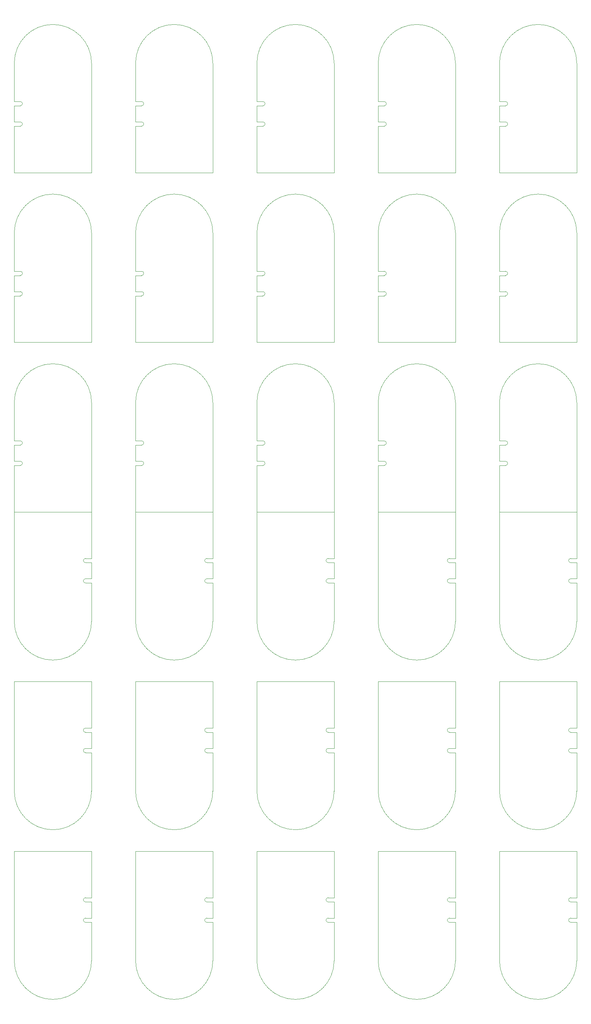
<source format=gm1>
G04*
G04 #@! TF.GenerationSoftware,Altium Limited,Altium Designer,23.6.0 (18)*
G04*
G04 Layer_Color=16711935*
%FSLAX44Y44*%
%MOMM*%
G71*
G04*
G04 #@! TF.SameCoordinates,542A25E6-394C-4203-B619-F464005C6F94*
G04*
G04*
G04 #@! TF.FilePolarity,Positive*
G04*
G01*
G75*
%ADD98C,0.1000*%
D98*
X1391500Y334362D02*
G03*
X1396500Y329362I5000J0D01*
G01*
Y339362D02*
G03*
X1391500Y334362I0J-5000D01*
G01*
X1396500Y291962D02*
G03*
X1391500Y286962I0J-5000D01*
G01*
D02*
G03*
X1396500Y281962I5000J0D01*
G01*
X1230500Y192500D02*
G03*
X1410500Y192500I90000J0D01*
G01*
Y329362D02*
X1396500D01*
Y339362D02*
X1410500Y339362D01*
Y291962D02*
X1396500D01*
X1410500D02*
Y310662D01*
Y281962D02*
X1396500D01*
X1410500Y339362D02*
Y370662D01*
Y310662D02*
Y329362D01*
Y250662D02*
Y281962D01*
Y447500D02*
X1230500D01*
X1410500Y370662D02*
Y447500D01*
Y192500D02*
Y250662D01*
X1230500Y192500D02*
X1230500Y447500D01*
X1391500Y729362D02*
G03*
X1396500Y724362I5000J0D01*
G01*
Y734362D02*
G03*
X1391500Y729362I0J-5000D01*
G01*
X1396500Y686962D02*
G03*
X1391500Y681962I0J-5000D01*
G01*
D02*
G03*
X1396500Y676962I5000J0D01*
G01*
X1230500Y587500D02*
G03*
X1410500Y587500I90000J0D01*
G01*
Y724362D02*
X1396500D01*
Y734362D02*
X1410500Y734362D01*
Y686962D02*
X1396500D01*
X1410500D02*
Y705662D01*
Y676962D02*
X1396500D01*
X1410500Y734362D02*
Y765662D01*
Y705662D02*
Y724362D01*
Y645662D02*
Y676962D01*
Y842500D02*
X1230500D01*
X1410500Y765662D02*
Y842500D01*
Y587500D02*
Y645662D01*
X1230500Y587500D02*
X1230500Y842500D01*
X1391500Y1124362D02*
G03*
X1396500Y1119362I5000J0D01*
G01*
Y1129362D02*
G03*
X1391500Y1124362I0J-5000D01*
G01*
X1396500Y1081962D02*
G03*
X1391500Y1076962I0J-5000D01*
G01*
D02*
G03*
X1396500Y1071962I5000J0D01*
G01*
X1230500Y982500D02*
G03*
X1410500Y982500I90000J0D01*
G01*
Y1119362D02*
X1396500D01*
Y1129362D02*
X1410500Y1129362D01*
Y1081962D02*
X1396500D01*
X1410500D02*
Y1100662D01*
Y1071962D02*
X1396500D01*
X1410500Y1129362D02*
Y1160662D01*
Y1100662D02*
Y1119362D01*
Y1040662D02*
Y1071962D01*
Y1237500D02*
X1230500D01*
X1410500Y1160662D02*
Y1237500D01*
Y982500D02*
Y1040662D01*
X1230500Y982500D02*
X1230500Y1237500D01*
X1108750Y334362D02*
G03*
X1113750Y329362I5000J0D01*
G01*
Y339362D02*
G03*
X1108750Y334362I0J-5000D01*
G01*
X1113750Y291962D02*
G03*
X1108750Y286962I0J-5000D01*
G01*
D02*
G03*
X1113750Y281962I5000J0D01*
G01*
X947750Y192500D02*
G03*
X1127750Y192500I90000J0D01*
G01*
Y329362D02*
X1113750D01*
Y339362D02*
X1127750Y339362D01*
Y291962D02*
X1113750D01*
X1127750D02*
Y310662D01*
Y281962D02*
X1113750D01*
X1127750Y339362D02*
Y370662D01*
Y310662D02*
Y329362D01*
Y250662D02*
Y281962D01*
Y447500D02*
X947750D01*
X1127750Y370662D02*
Y447500D01*
Y192500D02*
Y250662D01*
X947750Y192500D02*
X947750Y447500D01*
X1108750Y729362D02*
G03*
X1113750Y724362I5000J0D01*
G01*
Y734362D02*
G03*
X1108750Y729362I0J-5000D01*
G01*
X1113750Y686962D02*
G03*
X1108750Y681962I0J-5000D01*
G01*
D02*
G03*
X1113750Y676962I5000J0D01*
G01*
X947750Y587500D02*
G03*
X1127750Y587500I90000J0D01*
G01*
Y724362D02*
X1113750D01*
Y734362D02*
X1127750Y734362D01*
Y686962D02*
X1113750D01*
X1127750D02*
Y705662D01*
Y676962D02*
X1113750D01*
X1127750Y734362D02*
Y765662D01*
Y705662D02*
Y724362D01*
Y645662D02*
Y676962D01*
Y842500D02*
X947750D01*
X1127750Y765662D02*
Y842500D01*
Y587500D02*
Y645662D01*
X947750Y587500D02*
X947750Y842500D01*
X1108750Y1124362D02*
G03*
X1113750Y1119362I5000J0D01*
G01*
Y1129362D02*
G03*
X1108750Y1124362I0J-5000D01*
G01*
X1113750Y1081962D02*
G03*
X1108750Y1076962I0J-5000D01*
G01*
D02*
G03*
X1113750Y1071962I5000J0D01*
G01*
X947750Y982500D02*
G03*
X1127750Y982500I90000J0D01*
G01*
Y1119362D02*
X1113750D01*
Y1129362D02*
X1127750Y1129362D01*
Y1081962D02*
X1113750D01*
X1127750D02*
Y1100662D01*
Y1071962D02*
X1113750D01*
X1127750Y1129362D02*
Y1160662D01*
Y1100662D02*
Y1119362D01*
Y1040662D02*
Y1071962D01*
Y1237500D02*
X947750D01*
X1127750Y1160662D02*
Y1237500D01*
Y982500D02*
Y1040662D01*
X947750Y982500D02*
X947750Y1237500D01*
X826000Y334362D02*
G03*
X831000Y329362I5000J0D01*
G01*
Y339362D02*
G03*
X826000Y334362I0J-5000D01*
G01*
X831000Y291962D02*
G03*
X826000Y286962I0J-5000D01*
G01*
D02*
G03*
X831000Y281962I5000J0D01*
G01*
X665000Y192500D02*
G03*
X845000Y192500I90000J0D01*
G01*
Y329362D02*
X831000D01*
Y339362D02*
X845000Y339362D01*
Y291962D02*
X831000D01*
X845000D02*
Y310662D01*
Y281962D02*
X831000D01*
X845000Y339362D02*
Y370662D01*
Y310662D02*
Y329362D01*
Y250662D02*
Y281962D01*
Y447500D02*
X665000D01*
X845000Y370662D02*
Y447500D01*
Y192500D02*
Y250662D01*
X665000Y192500D02*
X665000Y447500D01*
X826000Y729362D02*
G03*
X831000Y724362I5000J0D01*
G01*
Y734362D02*
G03*
X826000Y729362I0J-5000D01*
G01*
X831000Y686962D02*
G03*
X826000Y681962I0J-5000D01*
G01*
D02*
G03*
X831000Y676962I5000J0D01*
G01*
X665000Y587500D02*
G03*
X845000Y587500I90000J0D01*
G01*
Y724362D02*
X831000D01*
Y734362D02*
X845000Y734362D01*
Y686962D02*
X831000D01*
X845000D02*
Y705662D01*
Y676962D02*
X831000D01*
X845000Y734362D02*
Y765662D01*
Y705662D02*
Y724362D01*
Y645662D02*
Y676962D01*
Y842500D02*
X665000D01*
X845000Y765662D02*
Y842500D01*
Y587500D02*
Y645662D01*
X665000Y587500D02*
X665000Y842500D01*
X826000Y1124362D02*
G03*
X831000Y1119362I5000J0D01*
G01*
Y1129362D02*
G03*
X826000Y1124362I0J-5000D01*
G01*
X831000Y1081962D02*
G03*
X826000Y1076962I0J-5000D01*
G01*
D02*
G03*
X831000Y1071962I5000J0D01*
G01*
X665000Y982500D02*
G03*
X845000Y982500I90000J0D01*
G01*
Y1119362D02*
X831000D01*
Y1129362D02*
X845000Y1129362D01*
Y1081962D02*
X831000D01*
X845000D02*
Y1100662D01*
Y1071962D02*
X831000D01*
X845000Y1129362D02*
Y1160662D01*
Y1100662D02*
Y1119362D01*
Y1040662D02*
Y1071962D01*
Y1237500D02*
X665000D01*
X845000Y1160662D02*
Y1237500D01*
Y982500D02*
Y1040662D01*
X665000Y982500D02*
X665000Y1237500D01*
X543250Y334362D02*
G03*
X548250Y329362I5000J0D01*
G01*
Y339362D02*
G03*
X543250Y334362I0J-5000D01*
G01*
X548250Y291962D02*
G03*
X543250Y286962I0J-5000D01*
G01*
D02*
G03*
X548250Y281962I5000J0D01*
G01*
X382250Y192500D02*
G03*
X562250Y192500I90000J0D01*
G01*
Y329362D02*
X548250D01*
Y339362D02*
X562250Y339362D01*
Y291962D02*
X548250D01*
X562250D02*
Y310662D01*
Y281962D02*
X548250D01*
X562250Y339362D02*
Y370662D01*
Y310662D02*
Y329362D01*
Y250662D02*
Y281962D01*
Y447500D02*
X382250D01*
X562250Y370662D02*
Y447500D01*
Y192500D02*
Y250662D01*
X382250Y192500D02*
X382250Y447500D01*
X543250Y729362D02*
G03*
X548250Y724362I5000J0D01*
G01*
Y734362D02*
G03*
X543250Y729362I0J-5000D01*
G01*
X548250Y686962D02*
G03*
X543250Y681962I0J-5000D01*
G01*
D02*
G03*
X548250Y676962I5000J0D01*
G01*
X382250Y587500D02*
G03*
X562250Y587500I90000J0D01*
G01*
Y724362D02*
X548250D01*
Y734362D02*
X562250Y734362D01*
Y686962D02*
X548250D01*
X562250D02*
Y705662D01*
Y676962D02*
X548250D01*
X562250Y734362D02*
Y765662D01*
Y705662D02*
Y724362D01*
Y645662D02*
Y676962D01*
Y842500D02*
X382250D01*
X562250Y765662D02*
Y842500D01*
Y587500D02*
Y645662D01*
X382250Y587500D02*
X382250Y842500D01*
X543250Y1124362D02*
G03*
X548250Y1119362I5000J0D01*
G01*
Y1129362D02*
G03*
X543250Y1124362I0J-5000D01*
G01*
X548250Y1081962D02*
G03*
X543250Y1076962I0J-5000D01*
G01*
D02*
G03*
X548250Y1071962I5000J0D01*
G01*
X382250Y982500D02*
G03*
X562250Y982500I90000J0D01*
G01*
Y1119362D02*
X548250D01*
Y1129362D02*
X562250Y1129362D01*
Y1081962D02*
X548250D01*
X562250D02*
Y1100662D01*
Y1071962D02*
X548250D01*
X562250Y1129362D02*
Y1160662D01*
Y1100662D02*
Y1119362D01*
Y1040662D02*
Y1071962D01*
Y1237500D02*
X382250D01*
X562250Y1160662D02*
Y1237500D01*
Y982500D02*
Y1040662D01*
X382250Y982500D02*
X382250Y1237500D01*
X260500Y334362D02*
G03*
X265500Y329362I5000J0D01*
G01*
Y339362D02*
G03*
X260500Y334362I0J-5000D01*
G01*
X265500Y291962D02*
G03*
X260500Y286962I0J-5000D01*
G01*
D02*
G03*
X265500Y281962I5000J0D01*
G01*
X99500Y192500D02*
G03*
X279500Y192500I90000J0D01*
G01*
Y329362D02*
X265500D01*
Y339362D02*
X279500Y339362D01*
Y291962D02*
X265500D01*
X279500D02*
Y310662D01*
Y281962D02*
X265500D01*
X279500Y339362D02*
Y370662D01*
Y310662D02*
Y329362D01*
Y250662D02*
Y281962D01*
Y447500D02*
X99500D01*
X279500Y370662D02*
Y447500D01*
Y192500D02*
Y250662D01*
X99500Y192500D02*
X99500Y447500D01*
X260500Y729362D02*
G03*
X265500Y724362I5000J0D01*
G01*
Y734362D02*
G03*
X260500Y729362I0J-5000D01*
G01*
X265500Y686962D02*
G03*
X260500Y681962I0J-5000D01*
G01*
D02*
G03*
X265500Y676962I5000J0D01*
G01*
X99500Y587500D02*
G03*
X279500Y587500I90000J0D01*
G01*
Y724362D02*
X265500D01*
Y734362D02*
X279500Y734362D01*
Y686962D02*
X265500D01*
X279500D02*
Y705662D01*
Y676962D02*
X265500D01*
X279500Y734362D02*
Y765662D01*
Y705662D02*
Y724362D01*
Y645662D02*
Y676962D01*
Y842500D02*
X99500D01*
X279500Y765662D02*
Y842500D01*
Y587500D02*
Y645662D01*
X99500Y587500D02*
X99500Y842500D01*
X260500Y1124362D02*
G03*
X265500Y1119362I5000J0D01*
G01*
Y1129362D02*
G03*
X260500Y1124362I0J-5000D01*
G01*
X265500Y1081962D02*
G03*
X260500Y1076962I0J-5000D01*
G01*
D02*
G03*
X265500Y1071962I5000J0D01*
G01*
X99500Y982500D02*
G03*
X279500Y982500I90000J0D01*
G01*
Y1119362D02*
X265500D01*
Y1129362D02*
X279500Y1129362D01*
Y1081962D02*
X265500D01*
X279500D02*
Y1100662D01*
Y1071962D02*
X265500D01*
X279500Y1129362D02*
Y1160662D01*
Y1100662D02*
Y1119362D01*
Y1040662D02*
Y1071962D01*
Y1237500D02*
X99500D01*
X279500Y1160662D02*
Y1237500D01*
Y982500D02*
Y1040662D01*
X99500Y982500D02*
X99500Y1237500D01*
X118500Y2140638D02*
G03*
X113500Y2145638I-5000J0D01*
G01*
Y2135638D02*
G03*
X118500Y2140638I0J5000D01*
G01*
X113500Y2183038D02*
G03*
X118500Y2188038I0J5000D01*
G01*
D02*
G03*
X113500Y2193038I-5000J0D01*
G01*
X279500Y2282500D02*
G03*
X99500Y2282500I-90000J0D01*
G01*
Y2145638D02*
X113500D01*
Y2135638D02*
X99500Y2135638D01*
Y2183038D02*
X113500D01*
X99500D02*
Y2164338D01*
Y2193038D02*
X113500D01*
X99500Y2135638D02*
Y2104338D01*
Y2164338D02*
Y2145638D01*
Y2224338D02*
Y2193038D01*
Y2027500D02*
X279500D01*
X99500Y2104338D02*
Y2027500D01*
Y2282500D02*
Y2224338D01*
X279500Y2282500D02*
X279500Y2027500D01*
X118500Y1745638D02*
G03*
X113500Y1750638I-5000J0D01*
G01*
Y1740638D02*
G03*
X118500Y1745638I0J5000D01*
G01*
X113500Y1788038D02*
G03*
X118500Y1793038I0J5000D01*
G01*
D02*
G03*
X113500Y1798038I-5000J0D01*
G01*
X279500Y1887500D02*
G03*
X99500Y1887500I-90000J0D01*
G01*
Y1750638D02*
X113500D01*
Y1740638D02*
X99500Y1740638D01*
Y1788038D02*
X113500D01*
X99500D02*
Y1769338D01*
Y1798038D02*
X113500D01*
X99500Y1740638D02*
Y1709338D01*
Y1769338D02*
Y1750638D01*
Y1829338D02*
Y1798038D01*
Y1632500D02*
X279500D01*
X99500Y1709338D02*
Y1632500D01*
Y1887500D02*
Y1829338D01*
X279500Y1887500D02*
X279500Y1632500D01*
X118500Y1350638D02*
G03*
X113500Y1355638I-5000J0D01*
G01*
Y1345638D02*
G03*
X118500Y1350638I0J5000D01*
G01*
X113500Y1393038D02*
G03*
X118500Y1398038I0J5000D01*
G01*
D02*
G03*
X113500Y1403038I-5000J0D01*
G01*
X279500Y1492500D02*
G03*
X99500Y1492500I-90000J0D01*
G01*
Y1355638D02*
X113500D01*
Y1345638D02*
X99500Y1345638D01*
Y1393038D02*
X113500D01*
X99500D02*
Y1374338D01*
Y1403038D02*
X113500D01*
X99500Y1345638D02*
Y1314338D01*
Y1374338D02*
Y1355638D01*
Y1434338D02*
Y1403038D01*
Y1237500D02*
X279500D01*
X99500Y1314338D02*
Y1237500D01*
Y1492500D02*
Y1434338D01*
X279500Y1492500D02*
X279500Y1237500D01*
X401250Y2140638D02*
G03*
X396250Y2145638I-5000J0D01*
G01*
Y2135638D02*
G03*
X401250Y2140638I0J5000D01*
G01*
X396250Y2183038D02*
G03*
X401250Y2188038I0J5000D01*
G01*
D02*
G03*
X396250Y2193038I-5000J0D01*
G01*
X562250Y2282500D02*
G03*
X382250Y2282500I-90000J0D01*
G01*
Y2145638D02*
X396250D01*
Y2135638D02*
X382250Y2135638D01*
Y2183038D02*
X396250D01*
X382250D02*
Y2164338D01*
Y2193038D02*
X396250D01*
X382250Y2135638D02*
Y2104338D01*
Y2164338D02*
Y2145638D01*
Y2224338D02*
Y2193038D01*
Y2027500D02*
X562250D01*
X382250Y2104338D02*
Y2027500D01*
Y2282500D02*
Y2224338D01*
X562250Y2282500D02*
X562250Y2027500D01*
X401250Y1745638D02*
G03*
X396250Y1750638I-5000J0D01*
G01*
Y1740638D02*
G03*
X401250Y1745638I0J5000D01*
G01*
X396250Y1788038D02*
G03*
X401250Y1793038I0J5000D01*
G01*
D02*
G03*
X396250Y1798038I-5000J0D01*
G01*
X562250Y1887500D02*
G03*
X382250Y1887500I-90000J0D01*
G01*
Y1750638D02*
X396250D01*
Y1740638D02*
X382250Y1740638D01*
Y1788038D02*
X396250D01*
X382250D02*
Y1769338D01*
Y1798038D02*
X396250D01*
X382250Y1740638D02*
Y1709338D01*
Y1769338D02*
Y1750638D01*
Y1829338D02*
Y1798038D01*
Y1632500D02*
X562250D01*
X382250Y1709338D02*
Y1632500D01*
Y1887500D02*
Y1829338D01*
X562250Y1887500D02*
X562250Y1632500D01*
X401250Y1350638D02*
G03*
X396250Y1355638I-5000J0D01*
G01*
Y1345638D02*
G03*
X401250Y1350638I0J5000D01*
G01*
X396250Y1393038D02*
G03*
X401250Y1398038I0J5000D01*
G01*
D02*
G03*
X396250Y1403038I-5000J0D01*
G01*
X562250Y1492500D02*
G03*
X382250Y1492500I-90000J0D01*
G01*
Y1355638D02*
X396250D01*
Y1345638D02*
X382250Y1345638D01*
Y1393038D02*
X396250D01*
X382250D02*
Y1374338D01*
Y1403038D02*
X396250D01*
X382250Y1345638D02*
Y1314338D01*
Y1374338D02*
Y1355638D01*
Y1434338D02*
Y1403038D01*
Y1237500D02*
X562250D01*
X382250Y1314338D02*
Y1237500D01*
Y1492500D02*
Y1434338D01*
X562250Y1492500D02*
X562250Y1237500D01*
X684000Y2140638D02*
G03*
X679000Y2145638I-5000J0D01*
G01*
Y2135638D02*
G03*
X684000Y2140638I0J5000D01*
G01*
X679000Y2183038D02*
G03*
X684000Y2188038I0J5000D01*
G01*
D02*
G03*
X679000Y2193038I-5000J0D01*
G01*
X845000Y2282500D02*
G03*
X665000Y2282500I-90000J0D01*
G01*
Y2145638D02*
X679000D01*
Y2135638D02*
X665000Y2135638D01*
Y2183038D02*
X679000D01*
X665000D02*
Y2164338D01*
Y2193038D02*
X679000D01*
X665000Y2135638D02*
Y2104338D01*
Y2164338D02*
Y2145638D01*
Y2224338D02*
Y2193038D01*
Y2027500D02*
X845000D01*
X665000Y2104338D02*
Y2027500D01*
Y2282500D02*
Y2224338D01*
X845000Y2282500D02*
X845000Y2027500D01*
X684000Y1745638D02*
G03*
X679000Y1750638I-5000J0D01*
G01*
Y1740638D02*
G03*
X684000Y1745638I0J5000D01*
G01*
X679000Y1788038D02*
G03*
X684000Y1793038I0J5000D01*
G01*
D02*
G03*
X679000Y1798038I-5000J0D01*
G01*
X845000Y1887500D02*
G03*
X665000Y1887500I-90000J0D01*
G01*
Y1750638D02*
X679000D01*
Y1740638D02*
X665000Y1740638D01*
Y1788038D02*
X679000D01*
X665000D02*
Y1769338D01*
Y1798038D02*
X679000D01*
X665000Y1740638D02*
Y1709338D01*
Y1769338D02*
Y1750638D01*
Y1829338D02*
Y1798038D01*
Y1632500D02*
X845000D01*
X665000Y1709338D02*
Y1632500D01*
Y1887500D02*
Y1829338D01*
X845000Y1887500D02*
X845000Y1632500D01*
X684000Y1350638D02*
G03*
X679000Y1355638I-5000J0D01*
G01*
Y1345638D02*
G03*
X684000Y1350638I0J5000D01*
G01*
X679000Y1393038D02*
G03*
X684000Y1398038I0J5000D01*
G01*
D02*
G03*
X679000Y1403038I-5000J0D01*
G01*
X845000Y1492500D02*
G03*
X665000Y1492500I-90000J0D01*
G01*
Y1355638D02*
X679000D01*
Y1345638D02*
X665000Y1345638D01*
Y1393038D02*
X679000D01*
X665000D02*
Y1374338D01*
Y1403038D02*
X679000D01*
X665000Y1345638D02*
Y1314338D01*
Y1374338D02*
Y1355638D01*
Y1434338D02*
Y1403038D01*
Y1237500D02*
X845000D01*
X665000Y1314338D02*
Y1237500D01*
Y1492500D02*
Y1434338D01*
X845000Y1492500D02*
X845000Y1237500D01*
X966750Y2140638D02*
G03*
X961750Y2145638I-5000J0D01*
G01*
Y2135638D02*
G03*
X966750Y2140638I0J5000D01*
G01*
X961750Y2183038D02*
G03*
X966750Y2188038I0J5000D01*
G01*
D02*
G03*
X961750Y2193038I-5000J0D01*
G01*
X1127750Y2282500D02*
G03*
X947750Y2282500I-90000J0D01*
G01*
Y2145638D02*
X961750D01*
Y2135638D02*
X947750Y2135638D01*
Y2183038D02*
X961750D01*
X947750D02*
Y2164338D01*
Y2193038D02*
X961750D01*
X947750Y2135638D02*
Y2104338D01*
Y2164338D02*
Y2145638D01*
Y2224338D02*
Y2193038D01*
Y2027500D02*
X1127750D01*
X947750Y2104338D02*
Y2027500D01*
Y2282500D02*
Y2224338D01*
X1127750Y2282500D02*
X1127750Y2027500D01*
X966750Y1745638D02*
G03*
X961750Y1750638I-5000J0D01*
G01*
Y1740638D02*
G03*
X966750Y1745638I0J5000D01*
G01*
X961750Y1788038D02*
G03*
X966750Y1793038I0J5000D01*
G01*
D02*
G03*
X961750Y1798038I-5000J0D01*
G01*
X1127750Y1887500D02*
G03*
X947750Y1887500I-90000J0D01*
G01*
Y1750638D02*
X961750D01*
Y1740638D02*
X947750Y1740638D01*
Y1788038D02*
X961750D01*
X947750D02*
Y1769338D01*
Y1798038D02*
X961750D01*
X947750Y1740638D02*
Y1709338D01*
Y1769338D02*
Y1750638D01*
Y1829338D02*
Y1798038D01*
Y1632500D02*
X1127750D01*
X947750Y1709338D02*
Y1632500D01*
Y1887500D02*
Y1829338D01*
X1127750Y1887500D02*
X1127750Y1632500D01*
X966750Y1350638D02*
G03*
X961750Y1355638I-5000J0D01*
G01*
Y1345638D02*
G03*
X966750Y1350638I0J5000D01*
G01*
X961750Y1393038D02*
G03*
X966750Y1398038I0J5000D01*
G01*
D02*
G03*
X961750Y1403038I-5000J0D01*
G01*
X1127750Y1492500D02*
G03*
X947750Y1492500I-90000J0D01*
G01*
Y1355638D02*
X961750D01*
Y1345638D02*
X947750Y1345638D01*
Y1393038D02*
X961750D01*
X947750D02*
Y1374338D01*
Y1403038D02*
X961750D01*
X947750Y1345638D02*
Y1314338D01*
Y1374338D02*
Y1355638D01*
Y1434338D02*
Y1403038D01*
Y1237500D02*
X1127750D01*
X947750Y1314338D02*
Y1237500D01*
Y1492500D02*
Y1434338D01*
X1127750Y1492500D02*
X1127750Y1237500D01*
X1249500Y2140638D02*
G03*
X1244500Y2145638I-5000J0D01*
G01*
Y2135638D02*
G03*
X1249500Y2140638I0J5000D01*
G01*
X1244500Y2183038D02*
G03*
X1249500Y2188038I0J5000D01*
G01*
D02*
G03*
X1244500Y2193038I-5000J0D01*
G01*
X1410500Y2282500D02*
G03*
X1230500Y2282500I-90000J0D01*
G01*
Y2145638D02*
X1244500D01*
Y2135638D02*
X1230500Y2135638D01*
Y2183038D02*
X1244500D01*
X1230500D02*
Y2164338D01*
Y2193038D02*
X1244500D01*
X1230500Y2135638D02*
Y2104338D01*
Y2164338D02*
Y2145638D01*
Y2224338D02*
Y2193038D01*
Y2027500D02*
X1410500D01*
X1230500Y2104338D02*
Y2027500D01*
Y2282500D02*
Y2224338D01*
X1410500Y2282500D02*
X1410500Y2027500D01*
X1249500Y1745638D02*
G03*
X1244500Y1750638I-5000J0D01*
G01*
Y1740638D02*
G03*
X1249500Y1745638I0J5000D01*
G01*
X1244500Y1788038D02*
G03*
X1249500Y1793038I0J5000D01*
G01*
D02*
G03*
X1244500Y1798038I-5000J0D01*
G01*
X1410500Y1887500D02*
G03*
X1230500Y1887500I-90000J0D01*
G01*
Y1750638D02*
X1244500D01*
Y1740638D02*
X1230500Y1740638D01*
Y1788038D02*
X1244500D01*
X1230500D02*
Y1769338D01*
Y1798038D02*
X1244500D01*
X1230500Y1740638D02*
Y1709338D01*
Y1769338D02*
Y1750638D01*
Y1829338D02*
Y1798038D01*
Y1632500D02*
X1410500D01*
X1230500Y1709338D02*
Y1632500D01*
Y1887500D02*
Y1829338D01*
X1410500Y1887500D02*
X1410500Y1632500D01*
X1249500Y1350638D02*
G03*
X1244500Y1355638I-5000J0D01*
G01*
Y1345638D02*
G03*
X1249500Y1350638I0J5000D01*
G01*
X1244500Y1393038D02*
G03*
X1249500Y1398038I0J5000D01*
G01*
D02*
G03*
X1244500Y1403038I-5000J0D01*
G01*
X1410500Y1492500D02*
G03*
X1230500Y1492500I-90000J0D01*
G01*
Y1355638D02*
X1244500D01*
Y1345638D02*
X1230500Y1345638D01*
Y1393038D02*
X1244500D01*
X1230500D02*
Y1374338D01*
Y1403038D02*
X1244500D01*
X1230500Y1345638D02*
Y1314338D01*
Y1374338D02*
Y1355638D01*
Y1434338D02*
Y1403038D01*
Y1237500D02*
X1410500D01*
X1230500Y1314338D02*
Y1237500D01*
Y1492500D02*
Y1434338D01*
X1410500Y1492500D02*
X1410500Y1237500D01*
M02*

</source>
